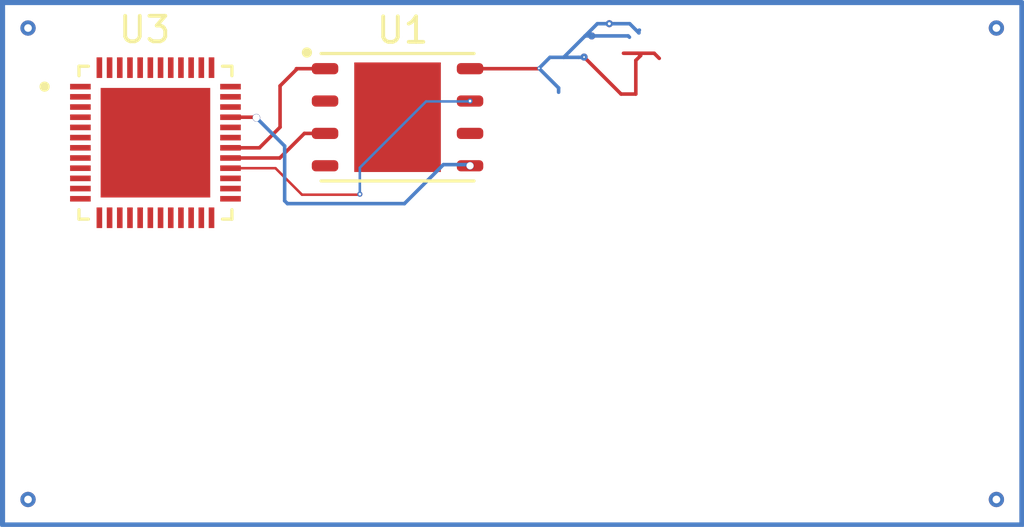
<source format=kicad_pcb>
(kicad_pcb (version 20240108) (generator "pcbnew") (generator_version "8.0")
  (layers (0 "F.Cu" signal) (31 "B.Cu" signal) (34 "B.Paste" user) (35 "F.Paste" user) (36 "B.SilkS" user "B.Silkscreen") (37 "F.SilkS" user "F.Silkscreen") (38 "B.Mask" user) (39 "F.Mask" user) (44 "Edge.Cuts" user))
  (net 0 "")
  (net 1 "Net-(U1-DO(IO1))")
  (net 3 "Net-(U1-DI(IO0))")
  (net 4 "Net-(U1-~{CS})")
  (net 5 "Net-(U1-~{WP}(IO2))")
  (net 6 "Net-(U1-CLK)")
  (net 7 "GND")
  (net 8 "Net-(U1-~{HOLD}{slash}RESET(IO3))")
  (net 9 "VDD SDIO")
  (net 10 "Net-(U3-VDDA-Pad1)")
  (net 22 "Net-(U3-VDD3P3-Pad3)")
  (footprint "W25Q32:W25Q32JVZPIQ" (layer "F.Cu") (at 128.5 85)
    (property "Reference" "U1" (at 0.20021 -3.41377 0) (layer "F.SilkS") (effects (font (size 1.001102 1.001102))))
    (property "Value" "W25Q32JVZPIQ")
    (fp_line (start -3 -2.5) (end 3 -2.5) (stroke (width 0.127)) (layer "F.SilkS"))
    (fp_line (start -3 2.5) (end 3 2.5) (stroke (width 0.127)) (layer "F.SilkS"))
    (fp_circle (center -3.556 -2.54) (end -3.456 -2.54) (stroke (width 0.2)) (fill none) (layer "F.SilkS"))
    (pad "1" smd roundrect (at -2.845 -1.905) (size 1.04 0.44) (layers "F.Cu" "F.Paste" "F.Mask") (roundrect_rratio 0.35) (net 4 "Net-(U1-~{CS})"))
    (pad "2" smd roundrect (at -2.845 -0.635) (size 1.04 0.44) (layers "F.Cu" "F.Paste" "F.Mask") (roundrect_rratio 0.35) (net 1 "Net-(U1-DO(IO1))"))
    (pad "3" smd roundrect (at -2.845 0.635) (size 1.04 0.44) (layers "F.Cu" "F.Paste" "F.Mask") (roundrect_rratio 0.35) (net 5 "Net-(U1-~{WP}(IO2))"))
    (pad "4" smd roundrect (at -2.845 1.905) (size 1.04 0.44) (layers "F.Cu" "F.Paste" "F.Mask") (roundrect_rratio 0.35) (net 7 "GND"))
    (pad "5" smd roundrect (at 2.845 1.905) (size 1.04 0.44) (layers "F.Cu" "F.Paste" "F.Mask") (roundrect_rratio 0.35) (net 3 "Net-(U1-DI(IO0))"))
    (pad "6" smd roundrect (at 2.845 0.635) (size 1.04 0.44) (layers "F.Cu" "F.Paste" "F.Mask") (roundrect_rratio 0.35) (net 6 "Net-(U1-CLK)"))
    (pad "7" smd roundrect (at 2.845 -0.635) (size 1.04 0.44) (layers "F.Cu" "F.Paste" "F.Mask") (roundrect_rratio 0.35) (net 8 "Net-(U1-~{HOLD}{slash}RESET(IO3))"))
    (pad "8" smd roundrect (at 2.845 -1.905) (size 1.04 0.44) (layers "F.Cu" "F.Paste" "F.Mask") (roundrect_rratio 0.35) (net 9 "VDD SDIO"))
    (pad "9" smd rect (at 0 0) (size 3.4 4.3) (layers "F.Cu" "F.Mask"))
  )
  (footprint "ESP32-D0WDQ6:ESP32-D0WDQ6" (layer "F.Cu") (at 119 86)
    (property "Reference" "U3" (at -0.425 -4.435 0) (layer "F.SilkS"))
    (property "Value" "ESP32-D0WDQ6")
    (fp_line (start -3 -2.63) (end -3 -3) (stroke (width 0.127)) (layer "F.SilkS"))
    (fp_line (start -3 3) (end -3 2.63) (stroke (width 0.127)) (layer "F.SilkS"))
    (fp_line (start -2.63 -3) (end -3 -3) (stroke (width 0.127)) (layer "F.SilkS"))
    (fp_line (start -2.63 3) (end -3 3) (stroke (width 0.127)) (layer "F.SilkS"))
    (fp_line (start 3 -3) (end 2.63 -3) (stroke (width 0.127)) (layer "F.SilkS"))
    (fp_line (start 3 -2.63) (end 3 -3) (stroke (width 0.127)) (layer "F.SilkS"))
    (fp_line (start 3 3) (end 2.63 3) (stroke (width 0.127)) (layer "F.SilkS"))
    (fp_line (start 3 3) (end 3 2.63) (stroke (width 0.127)) (layer "F.SilkS"))
    (fp_circle (center -4.35 -2.2) (end -4.25 -2.2) (stroke (width 0.2)) (fill none) (layer "F.SilkS"))
    (pad "1" smd rect (at -2.945 -2.2) (size 0.81 0.22) (layers "F.Cu" "F.Paste") (net 10 "Net-(U3-VDDA-Pad1)"))
    (pad "2" smd rect (at -2.945 -1.8) (size 0.81 0.22) (layers "F.Cu" "F.Paste"))
    (pad "3" smd rect (at -2.945 -1.4) (size 0.81 0.22) (layers "F.Cu" "F.Paste") (net 22 "Net-(U3-VDD3P3-Pad3)"))
    (pad "4" smd rect (at -2.945 -1) (size 0.81 0.22) (layers "F.Cu" "F.Paste") (net 22 "Net-(U3-VDD3P3-Pad3)"))
    (pad "5" smd rect (at -2.945 -0.6) (size 0.81 0.22) (layers "F.Cu" "F.Paste"))
    (pad "6" smd rect (at -2.945 -0.2) (size 0.81 0.22) (layers "F.Cu" "F.Paste"))
    (pad "7" smd rect (at -2.945 0.2) (size 0.81 0.22) (layers "F.Cu" "F.Paste"))
    (pad "8" smd rect (at -2.945 0.6) (size 0.81 0.22) (layers "F.Cu" "F.Paste"))
    (pad "9" smd rect (at -2.945 1) (size 0.81 0.22) (layers "F.Cu" "F.Paste"))
    (pad "10" smd rect (at -2.945 1.4) (size 0.81 0.22) (layers "F.Cu" "F.Paste"))
    (pad "11" smd rect (at -2.945 1.8) (size 0.81 0.22) (layers "F.Cu" "F.Paste"))
    (pad "12" smd rect (at -2.945 2.2) (size 0.81 0.22) (layers "F.Cu" "F.Paste"))
    (pad "13" smd rect (at -2.2 2.945) (size 0.22 0.81) (layers "F.Cu" "F.Paste"))
    (pad "14" smd rect (at -1.8 2.945) (size 0.22 0.81) (layers "F.Cu" "F.Paste"))
    (pad "15" smd rect (at -1.4 2.945) (size 0.22 0.81) (layers "F.Cu" "F.Paste"))
    (pad "16" smd rect (at -1 2.945) (size 0.22 0.81) (layers "F.Cu" "F.Paste"))
    (pad "17" smd rect (at -0.6 2.945) (size 0.22 0.81) (layers "F.Cu" "F.Paste"))
    (pad "18" smd rect (at -0.2 2.945) (size 0.22 0.81) (layers "F.Cu" "F.Paste"))
    (pad "19" smd rect (at 0.2 2.945) (size 0.22 0.81) (layers "F.Cu" "F.Paste"))
    (pad "20" smd rect (at 0.6 2.945) (size 0.22 0.81) (layers "F.Cu" "F.Paste"))
    (pad "21" smd rect (at 1 2.945) (size 0.22 0.81) (layers "F.Cu" "F.Paste"))
    (pad "22" smd rect (at 1.4 2.945) (size 0.22 0.81) (layers "F.Cu" "F.Paste"))
    (pad "23" smd rect (at 1.8 2.945) (size 0.22 0.81) (layers "F.Cu" "F.Paste"))
    (pad "24" smd rect (at 2.2 2.945) (size 0.22 0.81) (layers "F.Cu" "F.Paste"))
    (pad "25" smd rect (at 2.945 2.2) (size 0.81 0.22) (layers "F.Cu" "F.Paste"))
    (pad "26" smd rect (at 2.945 1.8) (size 0.81 0.22) (layers "F.Cu" "F.Paste"))
    (pad "27" smd rect (at 2.945 1.4) (size 0.81 0.22) (layers "F.Cu" "F.Paste"))
    (pad "28" smd rect (at 2.945 1) (size 0.81 0.22) (layers "F.Cu" "F.Paste") (net 8 "Net-(U1-~{HOLD}{slash}RESET(IO3))"))
    (pad "29" smd rect (at 2.945 0.6) (size 0.81 0.22) (layers "F.Cu" "F.Paste") (net 5 "Net-(U1-~{WP}(IO2))"))
    (pad "30" smd rect (at 2.945 0.2) (size 0.81 0.22) (layers "F.Cu" "F.Paste") (net 4 "Net-(U1-~{CS})"))
    (pad "31" smd rect (at 2.945 -0.2) (size 0.81 0.22) (layers "F.Cu" "F.Paste") (net 6 "Net-(U1-CLK)"))
    (pad "32" smd rect (at 2.945 -0.6) (size 0.81 0.22) (layers "F.Cu" "F.Paste") (net 1 "Net-(U1-DO(IO1))"))
    (pad "33" smd rect (at 2.945 -1) (size 0.81 0.22) (layers "F.Cu" "F.Paste") (net 3 "Net-(U1-DI(IO0))"))
    (pad "34" smd rect (at 2.945 -1.4) (size 0.81 0.22) (layers "F.Cu" "F.Paste"))
    (pad "35" smd rect (at 2.945 -1.8) (size 0.81 0.22) (layers "F.Cu" "F.Paste"))
    (pad "36" smd rect (at 2.945 -2.2) (size 0.81 0.22) (layers "F.Cu" "F.Paste"))
    (pad "37" smd rect (at 2.2 -2.945) (size 0.22 0.81) (layers "F.Cu" "F.Paste"))
    (pad "38" smd rect (at 1.8 -2.945) (size 0.22 0.81) (layers "F.Cu" "F.Paste"))
    (pad "39" smd rect (at 1.4 -2.945) (size 0.22 0.81) (layers "F.Cu" "F.Paste"))
    (pad "40" smd rect (at 1 -2.945) (size 0.22 0.81) (layers "F.Cu" "F.Paste"))
    (pad "41" smd rect (at 0.6 -2.945) (size 0.22 0.81) (layers "F.Cu" "F.Paste"))
    (pad "42" smd rect (at 0.2 -2.945) (size 0.22 0.81) (layers "F.Cu" "F.Paste"))
    (pad "43" smd rect (at -0.2 -2.945) (size 0.22 0.81) (layers "F.Cu" "F.Paste") (net 10 "Net-(U3-VDDA-Pad1)"))
    (pad "44" smd rect (at -0.6 -2.945) (size 0.22 0.81) (layers "F.Cu" "F.Paste"))
    (pad "45" smd rect (at -1 -2.945) (size 0.22 0.81) (layers "F.Cu" "F.Paste"))
    (pad "46" smd rect (at -1.4 -2.945) (size 0.22 0.81) (layers "F.Cu" "F.Paste") (net 10 "Net-(U3-VDDA-Pad1)"))
    (pad "47" smd rect (at -1.8 -2.945) (size 0.22 0.81) (layers "F.Cu" "F.Paste"))
    (pad "48" smd rect (at -2.2 -2.945) (size 0.22 0.81) (layers "F.Cu" "F.Paste"))
    (pad "49" smd rect (at 0 0) (size 4.3 4.3) (layers "F.Cu" "F.Mask"))
  )
  (gr_rect (start 113 80.5) (end 153 101) (stroke (width 0.2)) (fill none) (layer "B.Cu"))
  (via (at 152 81.5) (size 0.6) (drill 0.3) (layers "F.Cu" "B.Cu") (net 0))
  (via (at 114 100) (size 0.6) (drill 0.3) (layers "F.Cu" "B.Cu") (net 0))
  (via (at 152 100) (size 0.6) (drill 0.3) (layers "F.Cu" "B.Cu") (net 0))
  (via (at 114 81.5) (size 0.6) (drill 0.3) (layers "F.Cu" "B.Cu") (net 0))
  (segment (start 122.94 85) (end 122.96 85.02) (width 0.14) (layer "F.Cu") (net 3))
  (segment (start 121.945 85) (end 122.94 85) (width 0.14) (layer "F.Cu") (net 3))
  (via (at 131.345 86.905) (size 0.3) (drill 0.28) (layers "F.Cu" "B.Cu") (net 3))
  (via (at 122.96 85.02) (size 0.3) (drill 0.28) (layers "F.Cu" "B.Cu") (net 3))
  (segment (start 131.3 86.86) (end 131.345 86.905) (width 0.14) (layer "B.Cu") (net 3))
  (segment (start 124.18 88.39) (end 128.77 88.39) (width 0.14) (layer "B.Cu") (net 3))
  (segment (start 122.96 85.02) (end 124.07 86.13) (width 0.14) (layer "B.Cu") (net 3))
  (segment (start 124.07 86.13) (end 124.07 88.28) (width 0.14) (layer "B.Cu") (net 3))
  (segment (start 124.07 88.28) (end 124.18 88.39) (width 0.14) (layer "B.Cu") (net 3))
  (segment (start 130.3 86.86) (end 131.3 86.86) (width 0.14) (layer "B.Cu") (net 3))
  (segment (start 128.77 88.39) (end 130.3 86.86) (width 0.14) (layer "B.Cu") (net 3))
  (segment (start 121.945 86.2) (end 123.08 86.2) (width 0.14) (layer "F.Cu") (net 4))
  (segment (start 123.08 86.2) (end 123.89 85.39) (width 0.14) (layer "F.Cu") (net 4))
  (segment (start 123.89 83.77) (end 124.53 83.13) (width 0.14) (layer "F.Cu") (net 4))
  (segment (start 124.535 83.095) (end 125.655 83.095) (width 0.14) (layer "F.Cu") (net 4))
  (segment (start 125.655 83.095) (end 125.205 83.095) (width 0.1) (layer "F.Cu") (net 4))
  (segment (start 124.53 83.1) (end 124.535 83.095) (width 0.14) (layer "F.Cu") (net 4))
  (segment (start 123.89 85.39) (end 123.89 83.77) (width 0.14) (layer "F.Cu") (net 4))
  (segment (start 124.53 83.13) (end 124.53 83.1) (width 0.14) (layer "F.Cu") (net 4))
  (segment (start 123.88 86.6) (end 124.845 85.635) (width 0.14) (layer "F.Cu") (net 5))
  (segment (start 124.845 85.635) (end 125.655 85.635) (width 0.14) (layer "F.Cu") (net 5))
  (segment (start 121.945 86.6) (end 123.88 86.6) (width 0.14) (layer "F.Cu") (net 5))
  (segment (start 123.71 87) (end 124.75 88.04) (width 0.1) (layer "F.Cu") (net 8))
  (segment (start 124.75 88.04) (end 127 88.04) (width 0.1) (layer "F.Cu") (net 8))
  (segment (start 121.945 87) (end 123.71 87) (width 0.1) (layer "F.Cu") (net 8))
  (segment (start 127 88.04) (end 127.02 88.02) (width 0.1) (layer "F.Cu") (net 8))
  (via (at 131.345 84.365) (size 0.2) (drill 0.1) (layers "F.Cu" "B.Cu") (net 8))
  (via (at 127.02 88.02) (size 0.2) (drill 0.1) (layers "F.Cu" "B.Cu") (net 8))
  (segment (start 127.02 86.98) (end 129.62 84.38) (width 0.1) (layer "B.Cu") (net 8))
  (segment (start 131.33 84.38) (end 131.345 84.365) (width 0.1) (layer "B.Cu") (net 8))
  (segment (start 129.62 84.38) (end 131.33 84.38) (width 0.1) (layer "B.Cu") (net 8))
  (segment (start 127.02 88.02) (end 127.02 86.98) (width 0.1) (layer "B.Cu") (net 8))
  (segment (start 137.85 84.09) (end 137.85 82.77) (width 0.14) (layer "F.Cu") (net 9))
  (segment (start 138.57 82.49) (end 138.77 82.69) (width 0.14) (layer "F.Cu") (net 9))
  (segment (start 137.27 84.09) (end 137.85 84.09) (width 0.14) (layer "F.Cu") (net 9))
  (segment (start 135.82 82.64) (end 137.27 84.09) (width 0.14) (layer "F.Cu") (net 9))
  (segment (start 137.37 82.49) (end 138.57 82.49) (width 0.14) (layer "F.Cu") (net 9))
  (segment (start 138.04 82.58) (end 137.95 82.49) (width 0.14) (layer "F.Cu") (net 9))
  (segment (start 137.95 82.49) (end 137.37 82.49) (width 0.14) (layer "F.Cu") (net 9))
  (segment (start 134.035 83.095) (end 134.05 83.08) (width 0.14) (layer "F.Cu") (net 9))
  (segment (start 137.85 82.77) (end 138.04 82.58) (width 0.14) (layer "F.Cu") (net 9))
  (segment (start 131.345 83.095) (end 134.035 83.095) (width 0.14) (layer "F.Cu") (net 9))
  (via (at 134.05 83.08) (size 0.1) (drill 0.07) (layers "F.Cu" "B.Cu") (net 9))
  (via (at 135.82 82.64) (size 0.28) (drill 0.07) (layers "F.Cu" "B.Cu") (net 9))
  (via (at 136.81 81.33) (size 0.28) (drill 0.12) (layers "F.Cu" "B.Cu") (net 9))
  (via (at 136.12 81.81) (size 0.28) (drill 0.012) (layers "F.Cu" "B.Cu") (net 9))
  (segment (start 135.02 82.65) (end 135.86 81.81) (width 0.14) (layer "B.Cu") (net 9))
  (segment (start 134.48 82.65) (end 135.02 82.65) (width 0.14) (layer "B.Cu") (net 9))
  (segment (start 136.81 81.33) (end 137.61 81.33) (width 0.14) (layer "B.Cu") (net 9))
  (segment (start 134.05 83.08) (end 134.82 83.85) (width 0.14) (layer "B.Cu") (net 9))
  (segment (start 135.81 82.65) (end 135.82 82.64) (width 0.14) (layer "B.Cu") (net 9))
  (segment (start 137.55 81.81) (end 137.6 81.86) (width 0.14) (layer "B.Cu") (net 9))
  (segment (start 134.82 83.85) (end 134.82 84.02) (width 0.14) (layer "B.Cu") (net 9))
  (segment (start 136.34 81.33) (end 136.81 81.33) (width 0.14) (layer "B.Cu") (net 9))
  (segment (start 135.86 81.81) (end 136.34 81.33) (width 0.14) (layer "B.Cu") (net 9))
  (segment (start 135.6 82.65) (end 135.81 82.65) (width 0.14) (layer "B.Cu") (net 9))
  (segment (start 135.86 81.81) (end 136.12 81.81) (width 0.14) (layer "B.Cu") (net 9))
  (segment (start 135.02 82.65) (end 135.6 82.65) (width 0.14) (layer "B.Cu") (net 9))
  (segment (start 134.05 83.08) (end 134.48 82.65) (width 0.14) (layer "B.Cu") (net 9))
  (segment (start 137.97 81.69) (end 137.97 81.6) (width 0.14) (layer "B.Cu") (net 9))
  (segment (start 136.12 81.81) (end 137.55 81.81) (width 0.14) (layer "B.Cu") (net 9))
  (segment (start 137.61 81.33) (end 137.97 81.69) (width 0.14) (layer "B.Cu") (net 9))
  (segment (start 137.97 81.6) (end 137.99 81.58) (width 0.14) (layer "B.Cu") (net 9))
)
</source>
